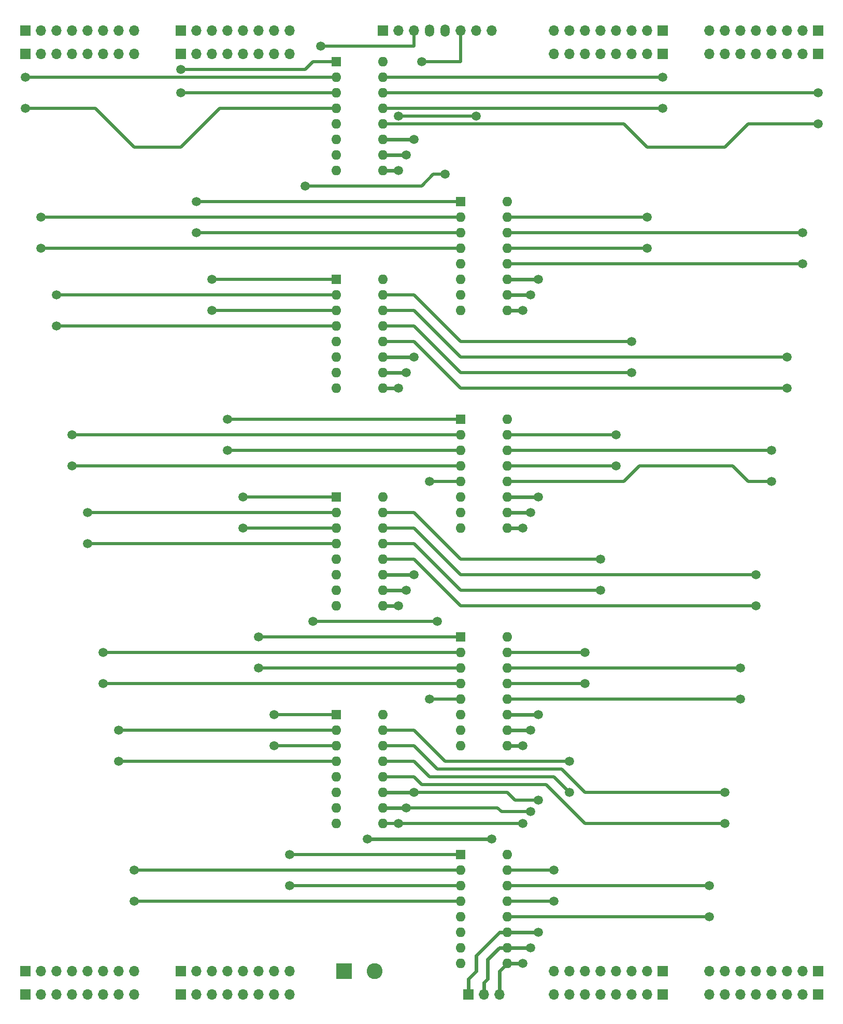
<source format=gbr>
%TF.GenerationSoftware,KiCad,Pcbnew,(5.1.8)-1*%
%TF.CreationDate,2022-05-21T00:33:48+03:00*%
%TF.ProjectId,MUX,4d55582e-6b69-4636-9164-5f7063625858,rev?*%
%TF.SameCoordinates,Original*%
%TF.FileFunction,Copper,L2,Bot*%
%TF.FilePolarity,Positive*%
%FSLAX46Y46*%
G04 Gerber Fmt 4.6, Leading zero omitted, Abs format (unit mm)*
G04 Created by KiCad (PCBNEW (5.1.8)-1) date 2022-05-21 00:33:48*
%MOMM*%
%LPD*%
G01*
G04 APERTURE LIST*
%TA.AperFunction,ComponentPad*%
%ADD10R,1.700000X1.700000*%
%TD*%
%TA.AperFunction,ComponentPad*%
%ADD11O,1.700000X1.700000*%
%TD*%
%TA.AperFunction,ComponentPad*%
%ADD12R,1.600000X1.600000*%
%TD*%
%TA.AperFunction,ComponentPad*%
%ADD13O,1.600000X1.600000*%
%TD*%
%TA.AperFunction,ComponentPad*%
%ADD14R,2.600000X2.600000*%
%TD*%
%TA.AperFunction,ComponentPad*%
%ADD15C,2.600000*%
%TD*%
%TA.AperFunction,ComponentPad*%
%ADD16O,1.500000X2.000000*%
%TD*%
%TA.AperFunction,ViaPad*%
%ADD17C,1.500000*%
%TD*%
%TA.AperFunction,Conductor*%
%ADD18C,0.500000*%
%TD*%
%TA.AperFunction,Conductor*%
%ADD19C,0.600000*%
%TD*%
G04 APERTURE END LIST*
D10*
%TO.P,J1,1*%
%TO.N,/A0*%
X17780000Y-187960000D03*
D11*
%TO.P,J1,2*%
%TO.N,/A1*%
X20320000Y-187960000D03*
%TO.P,J1,3*%
%TO.N,/A2*%
X22860000Y-187960000D03*
%TO.P,J1,4*%
%TO.N,/A3*%
X25400000Y-187960000D03*
%TO.P,J1,5*%
%TO.N,/A4*%
X27940000Y-187960000D03*
%TO.P,J1,6*%
%TO.N,/A5*%
X30480000Y-187960000D03*
%TO.P,J1,7*%
%TO.N,/A6*%
X33020000Y-187960000D03*
%TO.P,J1,8*%
%TO.N,/A7*%
X35560000Y-187960000D03*
%TD*%
D10*
%TO.P,J2,1*%
%TO.N,/E0*%
X121920000Y-30480000D03*
D11*
%TO.P,J2,2*%
%TO.N,/E1*%
X119380000Y-30480000D03*
%TO.P,J2,3*%
%TO.N,/E2*%
X116840000Y-30480000D03*
%TO.P,J2,4*%
%TO.N,/E3*%
X114300000Y-30480000D03*
%TO.P,J2,5*%
%TO.N,/E4*%
X111760000Y-30480000D03*
%TO.P,J2,6*%
%TO.N,/E5*%
X109220000Y-30480000D03*
%TO.P,J2,7*%
%TO.N,/E6*%
X106680000Y-30480000D03*
%TO.P,J2,8*%
%TO.N,/E7*%
X104140000Y-30480000D03*
%TD*%
%TO.P,J3,8*%
%TO.N,/B7*%
X60960000Y-187960000D03*
%TO.P,J3,7*%
%TO.N,/B6*%
X58420000Y-187960000D03*
%TO.P,J3,6*%
%TO.N,/B5*%
X55880000Y-187960000D03*
%TO.P,J3,5*%
%TO.N,/B4*%
X53340000Y-187960000D03*
%TO.P,J3,4*%
%TO.N,/B3*%
X50800000Y-187960000D03*
%TO.P,J3,3*%
%TO.N,/B2*%
X48260000Y-187960000D03*
%TO.P,J3,2*%
%TO.N,/B1*%
X45720000Y-187960000D03*
D10*
%TO.P,J3,1*%
%TO.N,/B0*%
X43180000Y-187960000D03*
%TD*%
D11*
%TO.P,J4,8*%
%TO.N,/F7*%
X129540000Y-30480000D03*
%TO.P,J4,7*%
%TO.N,/F6*%
X132080000Y-30480000D03*
%TO.P,J4,6*%
%TO.N,/F5*%
X134620000Y-30480000D03*
%TO.P,J4,5*%
%TO.N,/F4*%
X137160000Y-30480000D03*
%TO.P,J4,4*%
%TO.N,/F3*%
X139700000Y-30480000D03*
%TO.P,J4,3*%
%TO.N,/F2*%
X142240000Y-30480000D03*
%TO.P,J4,2*%
%TO.N,/F1*%
X144780000Y-30480000D03*
D10*
%TO.P,J4,1*%
%TO.N,/F0*%
X147320000Y-30480000D03*
%TD*%
%TO.P,J5,1*%
%TO.N,/C0*%
X17780000Y-30480000D03*
D11*
%TO.P,J5,2*%
%TO.N,/C1*%
X20320000Y-30480000D03*
%TO.P,J5,3*%
%TO.N,/C2*%
X22860000Y-30480000D03*
%TO.P,J5,4*%
%TO.N,/C3*%
X25400000Y-30480000D03*
%TO.P,J5,5*%
%TO.N,/C4*%
X27940000Y-30480000D03*
%TO.P,J5,6*%
%TO.N,/C5*%
X30480000Y-30480000D03*
%TO.P,J5,7*%
%TO.N,/C6*%
X33020000Y-30480000D03*
%TO.P,J5,8*%
%TO.N,/C7*%
X35560000Y-30480000D03*
%TD*%
D10*
%TO.P,J6,1*%
%TO.N,/G0*%
X121920000Y-187960000D03*
D11*
%TO.P,J6,2*%
%TO.N,/G1*%
X119380000Y-187960000D03*
%TO.P,J6,3*%
%TO.N,/G2*%
X116840000Y-187960000D03*
%TO.P,J6,4*%
%TO.N,/G3*%
X114300000Y-187960000D03*
%TO.P,J6,5*%
%TO.N,/G4*%
X111760000Y-187960000D03*
%TO.P,J6,6*%
%TO.N,/G5*%
X109220000Y-187960000D03*
%TO.P,J6,7*%
%TO.N,/G6*%
X106680000Y-187960000D03*
%TO.P,J6,8*%
%TO.N,/G7*%
X104140000Y-187960000D03*
%TD*%
%TO.P,J7,8*%
%TO.N,/D7*%
X60960000Y-30480000D03*
%TO.P,J7,7*%
%TO.N,/D6*%
X58420000Y-30480000D03*
%TO.P,J7,6*%
%TO.N,/D5*%
X55880000Y-30480000D03*
%TO.P,J7,5*%
%TO.N,/D4*%
X53340000Y-30480000D03*
%TO.P,J7,4*%
%TO.N,/D3*%
X50800000Y-30480000D03*
%TO.P,J7,3*%
%TO.N,/D2*%
X48260000Y-30480000D03*
%TO.P,J7,2*%
%TO.N,/D1*%
X45720000Y-30480000D03*
D10*
%TO.P,J7,1*%
%TO.N,/D0*%
X43180000Y-30480000D03*
%TD*%
D11*
%TO.P,J8,8*%
%TO.N,/H7*%
X129540000Y-187960000D03*
%TO.P,J8,7*%
%TO.N,/H6*%
X132080000Y-187960000D03*
%TO.P,J8,6*%
%TO.N,/H5*%
X134620000Y-187960000D03*
%TO.P,J8,5*%
%TO.N,/H4*%
X137160000Y-187960000D03*
%TO.P,J8,4*%
%TO.N,/H3*%
X139700000Y-187960000D03*
%TO.P,J8,3*%
%TO.N,/H2*%
X142240000Y-187960000D03*
%TO.P,J8,2*%
%TO.N,/H1*%
X144780000Y-187960000D03*
D10*
%TO.P,J8,1*%
%TO.N,/H0*%
X147320000Y-187960000D03*
%TD*%
D12*
%TO.P,U1,1*%
%TO.N,/D0*%
X68580000Y-35560000D03*
D13*
%TO.P,U1,9*%
%TO.N,/S2*%
X76200000Y-53340000D03*
%TO.P,U1,2*%
%TO.N,/C0*%
X68580000Y-38100000D03*
%TO.P,U1,10*%
%TO.N,/S1*%
X76200000Y-50800000D03*
%TO.P,U1,3*%
%TO.N,/B0*%
X68580000Y-40640000D03*
%TO.P,U1,11*%
%TO.N,/S0*%
X76200000Y-48260000D03*
%TO.P,U1,4*%
%TO.N,/A0*%
X68580000Y-43180000D03*
%TO.P,U1,12*%
%TO.N,/H0*%
X76200000Y-45720000D03*
%TO.P,U1,5*%
%TO.N,/O0*%
X68580000Y-45720000D03*
%TO.P,U1,13*%
%TO.N,/G0*%
X76200000Y-43180000D03*
%TO.P,U1,6*%
%TO.N,Net-(U1-Pad6)*%
X68580000Y-48260000D03*
%TO.P,U1,14*%
%TO.N,/F0*%
X76200000Y-40640000D03*
%TO.P,U1,7*%
%TO.N,GND*%
X68580000Y-50800000D03*
%TO.P,U1,15*%
%TO.N,/E0*%
X76200000Y-38100000D03*
%TO.P,U1,8*%
%TO.N,GND*%
X68580000Y-53340000D03*
%TO.P,U1,16*%
%TO.N,VCC*%
X76200000Y-35560000D03*
%TD*%
%TO.P,U2,16*%
%TO.N,VCC*%
X96520000Y-58420000D03*
%TO.P,U2,8*%
%TO.N,GND*%
X88900000Y-76200000D03*
%TO.P,U2,15*%
%TO.N,/E1*%
X96520000Y-60960000D03*
%TO.P,U2,7*%
%TO.N,GND*%
X88900000Y-73660000D03*
%TO.P,U2,14*%
%TO.N,/F1*%
X96520000Y-63500000D03*
%TO.P,U2,6*%
%TO.N,Net-(U2-Pad6)*%
X88900000Y-71120000D03*
%TO.P,U2,13*%
%TO.N,/G1*%
X96520000Y-66040000D03*
%TO.P,U2,5*%
%TO.N,/O1*%
X88900000Y-68580000D03*
%TO.P,U2,12*%
%TO.N,/H1*%
X96520000Y-68580000D03*
%TO.P,U2,4*%
%TO.N,/A1*%
X88900000Y-66040000D03*
%TO.P,U2,11*%
%TO.N,/S0*%
X96520000Y-71120000D03*
%TO.P,U2,3*%
%TO.N,/B1*%
X88900000Y-63500000D03*
%TO.P,U2,10*%
%TO.N,/S1*%
X96520000Y-73660000D03*
%TO.P,U2,2*%
%TO.N,/C1*%
X88900000Y-60960000D03*
%TO.P,U2,9*%
%TO.N,/S2*%
X96520000Y-76200000D03*
D12*
%TO.P,U2,1*%
%TO.N,/D1*%
X88900000Y-58420000D03*
%TD*%
%TO.P,U3,1*%
%TO.N,/D2*%
X68580000Y-71120000D03*
D13*
%TO.P,U3,9*%
%TO.N,/S2*%
X76200000Y-88900000D03*
%TO.P,U3,2*%
%TO.N,/C2*%
X68580000Y-73660000D03*
%TO.P,U3,10*%
%TO.N,/S1*%
X76200000Y-86360000D03*
%TO.P,U3,3*%
%TO.N,/B2*%
X68580000Y-76200000D03*
%TO.P,U3,11*%
%TO.N,/S0*%
X76200000Y-83820000D03*
%TO.P,U3,4*%
%TO.N,/A2*%
X68580000Y-78740000D03*
%TO.P,U3,12*%
%TO.N,/H2*%
X76200000Y-81280000D03*
%TO.P,U3,5*%
%TO.N,/O2*%
X68580000Y-81280000D03*
%TO.P,U3,13*%
%TO.N,/G2*%
X76200000Y-78740000D03*
%TO.P,U3,6*%
%TO.N,Net-(U3-Pad6)*%
X68580000Y-83820000D03*
%TO.P,U3,14*%
%TO.N,/F2*%
X76200000Y-76200000D03*
%TO.P,U3,7*%
%TO.N,GND*%
X68580000Y-86360000D03*
%TO.P,U3,15*%
%TO.N,/E2*%
X76200000Y-73660000D03*
%TO.P,U3,8*%
%TO.N,GND*%
X68580000Y-88900000D03*
%TO.P,U3,16*%
%TO.N,VCC*%
X76200000Y-71120000D03*
%TD*%
%TO.P,U4,16*%
%TO.N,VCC*%
X96520000Y-93980000D03*
%TO.P,U4,8*%
%TO.N,GND*%
X88900000Y-111760000D03*
%TO.P,U4,15*%
%TO.N,/E3*%
X96520000Y-96520000D03*
%TO.P,U4,7*%
%TO.N,GND*%
X88900000Y-109220000D03*
%TO.P,U4,14*%
%TO.N,/F3*%
X96520000Y-99060000D03*
%TO.P,U4,6*%
%TO.N,Net-(U4-Pad6)*%
X88900000Y-106680000D03*
%TO.P,U4,13*%
%TO.N,/G3*%
X96520000Y-101600000D03*
%TO.P,U4,5*%
%TO.N,/O3*%
X88900000Y-104140000D03*
%TO.P,U4,12*%
%TO.N,/H3*%
X96520000Y-104140000D03*
%TO.P,U4,4*%
%TO.N,/A3*%
X88900000Y-101600000D03*
%TO.P,U4,11*%
%TO.N,/S0*%
X96520000Y-106680000D03*
%TO.P,U4,3*%
%TO.N,/B3*%
X88900000Y-99060000D03*
%TO.P,U4,10*%
%TO.N,/S1*%
X96520000Y-109220000D03*
%TO.P,U4,2*%
%TO.N,/C3*%
X88900000Y-96520000D03*
%TO.P,U4,9*%
%TO.N,/S2*%
X96520000Y-111760000D03*
D12*
%TO.P,U4,1*%
%TO.N,/D3*%
X88900000Y-93980000D03*
%TD*%
%TO.P,U5,1*%
%TO.N,/D4*%
X68580000Y-106680000D03*
D13*
%TO.P,U5,9*%
%TO.N,/S2*%
X76200000Y-124460000D03*
%TO.P,U5,2*%
%TO.N,/C4*%
X68580000Y-109220000D03*
%TO.P,U5,10*%
%TO.N,/S1*%
X76200000Y-121920000D03*
%TO.P,U5,3*%
%TO.N,/B4*%
X68580000Y-111760000D03*
%TO.P,U5,11*%
%TO.N,/S0*%
X76200000Y-119380000D03*
%TO.P,U5,4*%
%TO.N,/A4*%
X68580000Y-114300000D03*
%TO.P,U5,12*%
%TO.N,/H4*%
X76200000Y-116840000D03*
%TO.P,U5,5*%
%TO.N,/O4*%
X68580000Y-116840000D03*
%TO.P,U5,13*%
%TO.N,/G4*%
X76200000Y-114300000D03*
%TO.P,U5,6*%
%TO.N,Net-(U5-Pad6)*%
X68580000Y-119380000D03*
%TO.P,U5,14*%
%TO.N,/F4*%
X76200000Y-111760000D03*
%TO.P,U5,7*%
%TO.N,GND*%
X68580000Y-121920000D03*
%TO.P,U5,15*%
%TO.N,/E4*%
X76200000Y-109220000D03*
%TO.P,U5,8*%
%TO.N,GND*%
X68580000Y-124460000D03*
%TO.P,U5,16*%
%TO.N,VCC*%
X76200000Y-106680000D03*
%TD*%
%TO.P,U6,16*%
%TO.N,VCC*%
X96520000Y-129540000D03*
%TO.P,U6,8*%
%TO.N,GND*%
X88900000Y-147320000D03*
%TO.P,U6,15*%
%TO.N,/E5*%
X96520000Y-132080000D03*
%TO.P,U6,7*%
%TO.N,GND*%
X88900000Y-144780000D03*
%TO.P,U6,14*%
%TO.N,/F5*%
X96520000Y-134620000D03*
%TO.P,U6,6*%
%TO.N,Net-(U6-Pad6)*%
X88900000Y-142240000D03*
%TO.P,U6,13*%
%TO.N,/G5*%
X96520000Y-137160000D03*
%TO.P,U6,5*%
%TO.N,/O5*%
X88900000Y-139700000D03*
%TO.P,U6,12*%
%TO.N,/H5*%
X96520000Y-139700000D03*
%TO.P,U6,4*%
%TO.N,/A5*%
X88900000Y-137160000D03*
%TO.P,U6,11*%
%TO.N,/S0*%
X96520000Y-142240000D03*
%TO.P,U6,3*%
%TO.N,/B5*%
X88900000Y-134620000D03*
%TO.P,U6,10*%
%TO.N,/S1*%
X96520000Y-144780000D03*
%TO.P,U6,2*%
%TO.N,/C5*%
X88900000Y-132080000D03*
%TO.P,U6,9*%
%TO.N,/S2*%
X96520000Y-147320000D03*
D12*
%TO.P,U6,1*%
%TO.N,/D5*%
X88900000Y-129540000D03*
%TD*%
%TO.P,U7,1*%
%TO.N,/D6*%
X68580000Y-142240000D03*
D13*
%TO.P,U7,9*%
%TO.N,/S2*%
X76200000Y-160020000D03*
%TO.P,U7,2*%
%TO.N,/C6*%
X68580000Y-144780000D03*
%TO.P,U7,10*%
%TO.N,/S1*%
X76200000Y-157480000D03*
%TO.P,U7,3*%
%TO.N,/B6*%
X68580000Y-147320000D03*
%TO.P,U7,11*%
%TO.N,/S0*%
X76200000Y-154940000D03*
%TO.P,U7,4*%
%TO.N,/A6*%
X68580000Y-149860000D03*
%TO.P,U7,12*%
%TO.N,/H6*%
X76200000Y-152400000D03*
%TO.P,U7,5*%
%TO.N,/O6*%
X68580000Y-152400000D03*
%TO.P,U7,13*%
%TO.N,/G6*%
X76200000Y-149860000D03*
%TO.P,U7,6*%
%TO.N,Net-(U7-Pad6)*%
X68580000Y-154940000D03*
%TO.P,U7,14*%
%TO.N,/F6*%
X76200000Y-147320000D03*
%TO.P,U7,7*%
%TO.N,GND*%
X68580000Y-157480000D03*
%TO.P,U7,15*%
%TO.N,/E6*%
X76200000Y-144780000D03*
%TO.P,U7,8*%
%TO.N,GND*%
X68580000Y-160020000D03*
%TO.P,U7,16*%
%TO.N,VCC*%
X76200000Y-142240000D03*
%TD*%
%TO.P,U8,16*%
%TO.N,VCC*%
X96520000Y-165100000D03*
%TO.P,U8,8*%
%TO.N,GND*%
X88900000Y-182880000D03*
%TO.P,U8,15*%
%TO.N,/E7*%
X96520000Y-167640000D03*
%TO.P,U8,7*%
%TO.N,GND*%
X88900000Y-180340000D03*
%TO.P,U8,14*%
%TO.N,/F7*%
X96520000Y-170180000D03*
%TO.P,U8,6*%
%TO.N,Net-(U8-Pad6)*%
X88900000Y-177800000D03*
%TO.P,U8,13*%
%TO.N,/G7*%
X96520000Y-172720000D03*
%TO.P,U8,5*%
%TO.N,/O7*%
X88900000Y-175260000D03*
%TO.P,U8,12*%
%TO.N,/H7*%
X96520000Y-175260000D03*
%TO.P,U8,4*%
%TO.N,/A7*%
X88900000Y-172720000D03*
%TO.P,U8,11*%
%TO.N,/S0*%
X96520000Y-177800000D03*
%TO.P,U8,3*%
%TO.N,/B7*%
X88900000Y-170180000D03*
%TO.P,U8,10*%
%TO.N,/S1*%
X96520000Y-180340000D03*
%TO.P,U8,2*%
%TO.N,/C7*%
X88900000Y-167640000D03*
%TO.P,U8,9*%
%TO.N,/S2*%
X96520000Y-182880000D03*
D12*
%TO.P,U8,1*%
%TO.N,/D7*%
X88900000Y-165100000D03*
%TD*%
D14*
%TO.P,J9,1*%
%TO.N,GND*%
X69850000Y-184150000D03*
D15*
%TO.P,J9,2*%
%TO.N,VCC*%
X74850000Y-184150000D03*
%TD*%
D10*
%TO.P,J10,1*%
%TO.N,/S0*%
X90170000Y-187960000D03*
D11*
%TO.P,J10,2*%
%TO.N,/S1*%
X92710000Y-187960000D03*
%TO.P,J10,3*%
%TO.N,/S2*%
X95250000Y-187960000D03*
%TD*%
D10*
%TO.P,J11,1*%
%TO.N,/O0*%
X76200000Y-30480000D03*
D11*
%TO.P,J11,2*%
%TO.N,/O1*%
X78740000Y-30480000D03*
%TO.P,J11,3*%
%TO.N,/O2*%
X81280000Y-30480000D03*
D16*
%TO.P,J11,4*%
%TO.N,/O3*%
X83820000Y-30480000D03*
%TO.P,J11,5*%
%TO.N,/O4*%
X86360000Y-30480000D03*
D11*
%TO.P,J11,6*%
%TO.N,/O5*%
X88900000Y-30480000D03*
%TO.P,J11,7*%
%TO.N,/O6*%
X91440000Y-30480000D03*
%TO.P,J11,8*%
%TO.N,/O7*%
X93980000Y-30480000D03*
%TD*%
D10*
%TO.P,J12,1*%
%TO.N,/A0*%
X17780000Y-184150000D03*
D11*
%TO.P,J12,2*%
%TO.N,/A1*%
X20320000Y-184150000D03*
%TO.P,J12,3*%
%TO.N,/A2*%
X22860000Y-184150000D03*
%TO.P,J12,4*%
%TO.N,/A3*%
X25400000Y-184150000D03*
%TO.P,J12,5*%
%TO.N,/A4*%
X27940000Y-184150000D03*
%TO.P,J12,6*%
%TO.N,/A5*%
X30480000Y-184150000D03*
%TO.P,J12,7*%
%TO.N,/A6*%
X33020000Y-184150000D03*
%TO.P,J12,8*%
%TO.N,/A7*%
X35560000Y-184150000D03*
%TD*%
D10*
%TO.P,J13,1*%
%TO.N,/E0*%
X121920000Y-34290000D03*
D11*
%TO.P,J13,2*%
%TO.N,/E1*%
X119380000Y-34290000D03*
%TO.P,J13,3*%
%TO.N,/E2*%
X116840000Y-34290000D03*
%TO.P,J13,4*%
%TO.N,/E3*%
X114300000Y-34290000D03*
%TO.P,J13,5*%
%TO.N,/E4*%
X111760000Y-34290000D03*
%TO.P,J13,6*%
%TO.N,/E5*%
X109220000Y-34290000D03*
%TO.P,J13,7*%
%TO.N,/E6*%
X106680000Y-34290000D03*
%TO.P,J13,8*%
%TO.N,/E7*%
X104140000Y-34290000D03*
%TD*%
%TO.P,J14,8*%
%TO.N,/B7*%
X60960000Y-184150000D03*
%TO.P,J14,7*%
%TO.N,/B6*%
X58420000Y-184150000D03*
%TO.P,J14,6*%
%TO.N,/B5*%
X55880000Y-184150000D03*
%TO.P,J14,5*%
%TO.N,/B4*%
X53340000Y-184150000D03*
%TO.P,J14,4*%
%TO.N,/B3*%
X50800000Y-184150000D03*
%TO.P,J14,3*%
%TO.N,/B2*%
X48260000Y-184150000D03*
%TO.P,J14,2*%
%TO.N,/B1*%
X45720000Y-184150000D03*
D10*
%TO.P,J14,1*%
%TO.N,/B0*%
X43180000Y-184150000D03*
%TD*%
D11*
%TO.P,J15,8*%
%TO.N,/F7*%
X129540000Y-34290000D03*
%TO.P,J15,7*%
%TO.N,/F6*%
X132080000Y-34290000D03*
%TO.P,J15,6*%
%TO.N,/F5*%
X134620000Y-34290000D03*
%TO.P,J15,5*%
%TO.N,/F4*%
X137160000Y-34290000D03*
%TO.P,J15,4*%
%TO.N,/F3*%
X139700000Y-34290000D03*
%TO.P,J15,3*%
%TO.N,/F2*%
X142240000Y-34290000D03*
%TO.P,J15,2*%
%TO.N,/F1*%
X144780000Y-34290000D03*
D10*
%TO.P,J15,1*%
%TO.N,/F0*%
X147320000Y-34290000D03*
%TD*%
%TO.P,J16,1*%
%TO.N,/C0*%
X17780000Y-34290000D03*
D11*
%TO.P,J16,2*%
%TO.N,/C1*%
X20320000Y-34290000D03*
%TO.P,J16,3*%
%TO.N,/C2*%
X22860000Y-34290000D03*
%TO.P,J16,4*%
%TO.N,/C3*%
X25400000Y-34290000D03*
%TO.P,J16,5*%
%TO.N,/C4*%
X27940000Y-34290000D03*
%TO.P,J16,6*%
%TO.N,/C5*%
X30480000Y-34290000D03*
%TO.P,J16,7*%
%TO.N,/C6*%
X33020000Y-34290000D03*
%TO.P,J16,8*%
%TO.N,/C7*%
X35560000Y-34290000D03*
%TD*%
D10*
%TO.P,J17,1*%
%TO.N,/G0*%
X121920000Y-184150000D03*
D11*
%TO.P,J17,2*%
%TO.N,/G1*%
X119380000Y-184150000D03*
%TO.P,J17,3*%
%TO.N,/G2*%
X116840000Y-184150000D03*
%TO.P,J17,4*%
%TO.N,/G3*%
X114300000Y-184150000D03*
%TO.P,J17,5*%
%TO.N,/G4*%
X111760000Y-184150000D03*
%TO.P,J17,6*%
%TO.N,/G5*%
X109220000Y-184150000D03*
%TO.P,J17,7*%
%TO.N,/G6*%
X106680000Y-184150000D03*
%TO.P,J17,8*%
%TO.N,/G7*%
X104140000Y-184150000D03*
%TD*%
%TO.P,J18,8*%
%TO.N,/D7*%
X60960000Y-34290000D03*
%TO.P,J18,7*%
%TO.N,/D6*%
X58420000Y-34290000D03*
%TO.P,J18,6*%
%TO.N,/D5*%
X55880000Y-34290000D03*
%TO.P,J18,5*%
%TO.N,/D4*%
X53340000Y-34290000D03*
%TO.P,J18,4*%
%TO.N,/D3*%
X50800000Y-34290000D03*
%TO.P,J18,3*%
%TO.N,/D2*%
X48260000Y-34290000D03*
%TO.P,J18,2*%
%TO.N,/D1*%
X45720000Y-34290000D03*
D10*
%TO.P,J18,1*%
%TO.N,/D0*%
X43180000Y-34290000D03*
%TD*%
D11*
%TO.P,J19,8*%
%TO.N,/H7*%
X129540000Y-184150000D03*
%TO.P,J19,7*%
%TO.N,/H6*%
X132080000Y-184150000D03*
%TO.P,J19,6*%
%TO.N,/H5*%
X134620000Y-184150000D03*
%TO.P,J19,5*%
%TO.N,/H4*%
X137160000Y-184150000D03*
%TO.P,J19,4*%
%TO.N,/H3*%
X139700000Y-184150000D03*
%TO.P,J19,3*%
%TO.N,/H2*%
X142240000Y-184150000D03*
%TO.P,J19,2*%
%TO.N,/H1*%
X144780000Y-184150000D03*
D10*
%TO.P,J19,1*%
%TO.N,/H0*%
X147320000Y-184150000D03*
%TD*%
D17*
%TO.N,/A0*%
X17780000Y-43180000D03*
%TO.N,/A1*%
X20320000Y-66040000D03*
%TO.N,/A2*%
X22860000Y-78740000D03*
%TO.N,/A3*%
X25400000Y-101600000D03*
%TO.N,/A4*%
X27940000Y-114300000D03*
%TO.N,/A5*%
X30480000Y-137160000D03*
%TO.N,/A6*%
X33020000Y-149860000D03*
%TO.N,/A7*%
X35560000Y-172720000D03*
%TO.N,/E0*%
X121920000Y-38100000D03*
%TO.N,/E1*%
X119380000Y-60960000D03*
%TO.N,/E2*%
X116840000Y-81280000D03*
%TO.N,/E3*%
X114300000Y-96520000D03*
%TO.N,/E4*%
X111760000Y-116840000D03*
%TO.N,/E5*%
X109220000Y-132080000D03*
%TO.N,/E6*%
X106680000Y-149860000D03*
%TO.N,/E7*%
X104140000Y-167640000D03*
%TO.N,/B7*%
X60960000Y-170180000D03*
%TO.N,/B6*%
X58420000Y-147320000D03*
%TO.N,/B5*%
X55880000Y-134620000D03*
%TO.N,/B4*%
X53340000Y-111760000D03*
%TO.N,/B3*%
X50800000Y-99060000D03*
%TO.N,/B2*%
X48260000Y-76200000D03*
%TO.N,/B1*%
X45720000Y-63500000D03*
%TO.N,/B0*%
X43180000Y-40640000D03*
%TO.N,/F7*%
X129540000Y-170180000D03*
%TO.N,/F6*%
X132080000Y-154940000D03*
%TO.N,/F5*%
X134620000Y-134620000D03*
%TO.N,/F4*%
X137160000Y-119380000D03*
%TO.N,/F3*%
X139700000Y-99060000D03*
%TO.N,/F2*%
X142240000Y-83820000D03*
%TO.N,/F1*%
X144780000Y-63500000D03*
%TO.N,/F0*%
X147320000Y-40640000D03*
%TO.N,/C0*%
X17780000Y-38100000D03*
%TO.N,/C1*%
X20320000Y-60960000D03*
%TO.N,/C2*%
X22860000Y-73660000D03*
%TO.N,/C3*%
X25400000Y-96520000D03*
%TO.N,/C4*%
X27940000Y-109220000D03*
%TO.N,/C5*%
X30480000Y-132080000D03*
%TO.N,/C6*%
X33020000Y-144780000D03*
%TO.N,/C7*%
X35560000Y-167640000D03*
%TO.N,/G0*%
X121920000Y-43180000D03*
%TO.N,/G1*%
X119380000Y-66040000D03*
%TO.N,/G2*%
X116840000Y-86360000D03*
%TO.N,/G3*%
X114300000Y-101600000D03*
%TO.N,/G4*%
X111760000Y-121920000D03*
%TO.N,/G5*%
X109220000Y-137160000D03*
%TO.N,/G6*%
X106680000Y-154940000D03*
%TO.N,/G7*%
X104140000Y-172720000D03*
%TO.N,/D7*%
X60960000Y-165100000D03*
%TO.N,/D6*%
X58420000Y-142240000D03*
%TO.N,/D5*%
X55880000Y-129540000D03*
%TO.N,/D4*%
X53340000Y-106680000D03*
%TO.N,/D3*%
X50800000Y-93980000D03*
%TO.N,/D2*%
X48260000Y-71120000D03*
%TO.N,/D1*%
X45720000Y-58420000D03*
%TO.N,/D0*%
X43180000Y-36830000D03*
%TO.N,/H7*%
X129540000Y-175260000D03*
%TO.N,/H6*%
X132080000Y-160020000D03*
%TO.N,/H5*%
X134620000Y-139700000D03*
%TO.N,/H4*%
X137160000Y-124460000D03*
%TO.N,/H3*%
X139700000Y-104140000D03*
%TO.N,/H2*%
X142240000Y-88900000D03*
%TO.N,/H1*%
X144780000Y-68580000D03*
%TO.N,/H0*%
X147320000Y-45720000D03*
%TO.N,VCC*%
X73660000Y-162560000D03*
X93980000Y-162560000D03*
%TO.N,/S0*%
X81280000Y-48260000D03*
X81280000Y-154940000D03*
X81280000Y-119380000D03*
X81280000Y-83820000D03*
X101600000Y-71120000D03*
X101600000Y-177800000D03*
X101600000Y-142240000D03*
X101600000Y-106680000D03*
X101600000Y-156210000D03*
%TO.N,/S1*%
X80010000Y-157480000D03*
X80010000Y-121920000D03*
X80010000Y-86360000D03*
X80010000Y-50800000D03*
X100330000Y-73660000D03*
X100330000Y-180340000D03*
X100330000Y-144780000D03*
X100330000Y-109220000D03*
X100330000Y-158115000D03*
%TO.N,/S2*%
X78740000Y-160020000D03*
X78740000Y-53340000D03*
X78740000Y-88900000D03*
X78740000Y-124460000D03*
X99060000Y-76200000D03*
X99060000Y-182880000D03*
X99060000Y-147320000D03*
X99060000Y-111760000D03*
X99060000Y-160020000D03*
%TO.N,/O1*%
X78740000Y-44450000D03*
X91440000Y-44450000D03*
%TO.N,/O2*%
X66040000Y-33020000D03*
%TO.N,/O3*%
X83820000Y-104140000D03*
%TO.N,/O4*%
X63500000Y-55880000D03*
X86360000Y-53975000D03*
%TO.N,/O5*%
X82550000Y-35560000D03*
X83820000Y-139700000D03*
%TO.N,/O6*%
X64770000Y-127000000D03*
X85090000Y-127000000D03*
%TD*%
D18*
%TO.N,/A0*%
X17780000Y-43180000D02*
X17780000Y-43180000D01*
X29210000Y-43180000D02*
X35560000Y-49530000D01*
X29210000Y-43180000D02*
X17780000Y-43180000D01*
X35560000Y-49530000D02*
X43180000Y-49530000D01*
X43180000Y-49530000D02*
X49530000Y-43180000D01*
X68580000Y-43180000D02*
X49530000Y-43180000D01*
%TO.N,/A1*%
X88900000Y-66040000D02*
X20320000Y-66040000D01*
X20320000Y-66040000D02*
X20320000Y-66040000D01*
%TO.N,/A2*%
X68580000Y-78740000D02*
X22860000Y-78740000D01*
X22860000Y-78740000D02*
X22860000Y-78740000D01*
%TO.N,/A3*%
X88900000Y-101600000D02*
X25400000Y-101600000D01*
X25400000Y-101600000D02*
X25400000Y-101600000D01*
%TO.N,/A4*%
X68580000Y-114300000D02*
X27940000Y-114300000D01*
X27940000Y-114300000D02*
X27940000Y-114300000D01*
%TO.N,/A5*%
X88900000Y-137160000D02*
X30480000Y-137160000D01*
X30480000Y-137160000D02*
X30480000Y-137160000D01*
%TO.N,/A6*%
X68580000Y-149860000D02*
X33020000Y-149860000D01*
X33020000Y-149860000D02*
X33020000Y-149860000D01*
%TO.N,/A7*%
X88900000Y-172720000D02*
X35560000Y-172720000D01*
X35560000Y-172720000D02*
X35560000Y-172720000D01*
%TO.N,/E0*%
X76200000Y-38100000D02*
X121920000Y-38100000D01*
X121920000Y-38100000D02*
X121920000Y-38100000D01*
%TO.N,/E1*%
X96520000Y-60960000D02*
X116840000Y-60960000D01*
X116840000Y-60960000D02*
X119380000Y-60960000D01*
%TO.N,/E2*%
X76200000Y-73660000D02*
X81280000Y-73660000D01*
X81280000Y-73660000D02*
X88900000Y-81280000D01*
X88900000Y-81280000D02*
X116840000Y-81280000D01*
X116840000Y-81280000D02*
X116840000Y-81280000D01*
%TO.N,/E3*%
X96520000Y-96520000D02*
X114300000Y-96520000D01*
X114300000Y-96520000D02*
X114300000Y-96520000D01*
%TO.N,/E4*%
X76200000Y-109220000D02*
X81280000Y-109220000D01*
X81280000Y-109220000D02*
X88900000Y-116840000D01*
X88900000Y-116840000D02*
X111760000Y-116840000D01*
X111760000Y-116840000D02*
X111760000Y-116840000D01*
%TO.N,/E5*%
X96520000Y-132080000D02*
X109220000Y-132080000D01*
X109220000Y-132080000D02*
X109220000Y-132080000D01*
%TO.N,/E6*%
X81280000Y-144780000D02*
X76200000Y-144780000D01*
X86360000Y-149860000D02*
X81280000Y-144780000D01*
X106680000Y-149860000D02*
X86360000Y-149860000D01*
%TO.N,/E7*%
X96520000Y-167640000D02*
X104140000Y-167640000D01*
X104140000Y-167640000D02*
X104140000Y-167640000D01*
%TO.N,/B7*%
X88900000Y-170180000D02*
X60960000Y-170180000D01*
X60960000Y-170180000D02*
X60960000Y-170180000D01*
%TO.N,/B6*%
X68580000Y-147320000D02*
X58420000Y-147320000D01*
X58420000Y-147320000D02*
X58420000Y-147320000D01*
%TO.N,/B5*%
X88900000Y-134620000D02*
X55880000Y-134620000D01*
X55880000Y-134620000D02*
X55880000Y-134620000D01*
%TO.N,/B4*%
X68580000Y-111760000D02*
X53340000Y-111760000D01*
X53340000Y-111760000D02*
X53340000Y-111760000D01*
%TO.N,/B3*%
X88900000Y-99060000D02*
X50800000Y-99060000D01*
X50800000Y-99060000D02*
X50800000Y-99060000D01*
%TO.N,/B2*%
X68580000Y-76200000D02*
X48260000Y-76200000D01*
X48260000Y-76200000D02*
X48260000Y-76200000D01*
%TO.N,/B1*%
X88900000Y-63500000D02*
X45720000Y-63500000D01*
X45720000Y-63500000D02*
X45720000Y-63500000D01*
%TO.N,/B0*%
X68580000Y-40640000D02*
X43180000Y-40640000D01*
X43180000Y-40640000D02*
X43180000Y-40640000D01*
%TO.N,/F7*%
X96520000Y-170180000D02*
X129540000Y-170180000D01*
X129540000Y-170180000D02*
X129540000Y-170180000D01*
%TO.N,/F6*%
X132080000Y-154940000D02*
X132080000Y-154940000D01*
X109220000Y-154940000D02*
X132080000Y-154940000D01*
X105410000Y-151130000D02*
X109220000Y-154940000D01*
X85090000Y-151130000D02*
X105410000Y-151130000D01*
X81280000Y-147320000D02*
X85090000Y-151130000D01*
X76200000Y-147320000D02*
X81280000Y-147320000D01*
%TO.N,/F5*%
X96520000Y-134620000D02*
X134620000Y-134620000D01*
X134620000Y-134620000D02*
X134620000Y-134620000D01*
%TO.N,/F4*%
X76200000Y-111760000D02*
X81280000Y-111760000D01*
X81280000Y-111760000D02*
X88900000Y-119380000D01*
X88900000Y-119380000D02*
X137160000Y-119380000D01*
X137160000Y-119380000D02*
X137160000Y-119380000D01*
%TO.N,/F3*%
X96520000Y-99060000D02*
X139700000Y-99060000D01*
X139700000Y-99060000D02*
X139700000Y-99060000D01*
%TO.N,/F2*%
X76200000Y-76200000D02*
X81280000Y-76200000D01*
X81280000Y-76200000D02*
X88900000Y-83820000D01*
X88900000Y-83820000D02*
X142240000Y-83820000D01*
X142240000Y-83820000D02*
X142240000Y-83820000D01*
%TO.N,/F1*%
X96520000Y-63500000D02*
X144780000Y-63500000D01*
X144780000Y-63500000D02*
X144780000Y-63500000D01*
%TO.N,/F0*%
X76200000Y-40640000D02*
X147320000Y-40640000D01*
X147320000Y-40640000D02*
X147320000Y-40640000D01*
%TO.N,/C0*%
X68580000Y-38100000D02*
X17780000Y-38100000D01*
X17780000Y-38100000D02*
X17780000Y-38100000D01*
%TO.N,/C1*%
X88900000Y-60960000D02*
X20320000Y-60960000D01*
X20320000Y-60960000D02*
X20320000Y-60960000D01*
%TO.N,/C2*%
X68580000Y-73660000D02*
X22860000Y-73660000D01*
X22860000Y-73660000D02*
X22860000Y-73660000D01*
%TO.N,/C3*%
X88900000Y-96520000D02*
X25400000Y-96520000D01*
X25400000Y-96520000D02*
X25400000Y-96520000D01*
%TO.N,/C4*%
X68580000Y-109220000D02*
X27940000Y-109220000D01*
X27940000Y-109220000D02*
X27940000Y-109220000D01*
%TO.N,/C5*%
X88900000Y-132080000D02*
X30480000Y-132080000D01*
X30480000Y-132080000D02*
X30480000Y-132080000D01*
%TO.N,/C6*%
X68580000Y-144780000D02*
X33020000Y-144780000D01*
X33020000Y-144780000D02*
X33020000Y-144780000D01*
%TO.N,/C7*%
X88900000Y-167640000D02*
X35560000Y-167640000D01*
X35560000Y-167640000D02*
X35560000Y-167640000D01*
%TO.N,/G0*%
X76200000Y-43180000D02*
X121920000Y-43180000D01*
X121920000Y-43180000D02*
X121920000Y-43180000D01*
%TO.N,/G1*%
X96520000Y-66040000D02*
X119380000Y-66040000D01*
X119380000Y-66040000D02*
X119380000Y-66040000D01*
%TO.N,/G2*%
X76200000Y-78740000D02*
X81280000Y-78740000D01*
X81280000Y-78740000D02*
X88900000Y-86360000D01*
X88900000Y-86360000D02*
X116840000Y-86360000D01*
X116840000Y-86360000D02*
X116840000Y-86360000D01*
%TO.N,/G3*%
X96520000Y-101600000D02*
X114300000Y-101600000D01*
X114300000Y-101600000D02*
X114300000Y-101600000D01*
%TO.N,/G4*%
X76200000Y-114300000D02*
X81280000Y-114300000D01*
X81280000Y-114300000D02*
X88900000Y-121920000D01*
X88900000Y-121920000D02*
X111760000Y-121920000D01*
X111760000Y-121920000D02*
X111760000Y-121920000D01*
%TO.N,/G5*%
X96520000Y-137160000D02*
X109220000Y-137160000D01*
X109220000Y-137160000D02*
X109220000Y-137160000D01*
%TO.N,/G6*%
X81280000Y-149860000D02*
X76200000Y-149860000D01*
X83820000Y-152400000D02*
X81280000Y-149860000D01*
X104140000Y-152400000D02*
X83820000Y-152400000D01*
X106680000Y-154940000D02*
X104140000Y-152400000D01*
%TO.N,/G7*%
X96520000Y-172720000D02*
X104140000Y-172720000D01*
X104140000Y-172720000D02*
X104140000Y-172720000D01*
%TO.N,/D7*%
X88900000Y-165100000D02*
X60960000Y-165100000D01*
X60960000Y-165100000D02*
X60960000Y-165100000D01*
%TO.N,/D6*%
X68580000Y-142240000D02*
X58420000Y-142240000D01*
X58420000Y-142240000D02*
X58420000Y-142240000D01*
%TO.N,/D5*%
X88900000Y-129540000D02*
X55880000Y-129540000D01*
X55880000Y-129540000D02*
X55880000Y-129540000D01*
%TO.N,/D4*%
X68580000Y-106680000D02*
X53340000Y-106680000D01*
X53340000Y-106680000D02*
X53340000Y-106680000D01*
%TO.N,/D3*%
X88900000Y-93980000D02*
X50800000Y-93980000D01*
X50800000Y-93980000D02*
X50800000Y-93980000D01*
%TO.N,/D2*%
X68580000Y-71120000D02*
X48260000Y-71120000D01*
X48260000Y-71120000D02*
X48260000Y-71120000D01*
%TO.N,/D1*%
X88900000Y-58420000D02*
X45720000Y-58420000D01*
X45720000Y-58420000D02*
X45720000Y-58420000D01*
%TO.N,/D0*%
X63500000Y-36830000D02*
X64770000Y-35560000D01*
X43180000Y-36830000D02*
X63500000Y-36830000D01*
X68580000Y-35560000D02*
X64770000Y-35560000D01*
%TO.N,/H7*%
X96520000Y-175260000D02*
X129540000Y-175260000D01*
X129540000Y-175260000D02*
X129540000Y-175260000D01*
%TO.N,/H6*%
X81280000Y-152400000D02*
X76200000Y-152400000D01*
X82550000Y-153670000D02*
X81280000Y-152400000D01*
X102870000Y-153670000D02*
X82550000Y-153670000D01*
X109220000Y-160020000D02*
X102870000Y-153670000D01*
X132080000Y-160020000D02*
X109220000Y-160020000D01*
%TO.N,/H5*%
X96520000Y-139700000D02*
X134620000Y-139700000D01*
X134620000Y-139700000D02*
X134620000Y-139700000D01*
%TO.N,/H4*%
X76200000Y-116840000D02*
X81280000Y-116840000D01*
X81280000Y-116840000D02*
X88900000Y-124460000D01*
X88900000Y-124460000D02*
X137160000Y-124460000D01*
X137160000Y-124460000D02*
X137160000Y-124460000D01*
%TO.N,/H3*%
X139700000Y-104140000D02*
X139700000Y-104140000D01*
X118110000Y-101600000D02*
X115570000Y-104140000D01*
X133350000Y-101600000D02*
X118110000Y-101600000D01*
X135890000Y-104140000D02*
X133350000Y-101600000D01*
X115570000Y-104140000D02*
X96520000Y-104140000D01*
X139700000Y-104140000D02*
X135890000Y-104140000D01*
%TO.N,/H2*%
X76200000Y-81280000D02*
X81280000Y-81280000D01*
X81280000Y-81280000D02*
X88900000Y-88900000D01*
X88900000Y-88900000D02*
X142240000Y-88900000D01*
X142240000Y-88900000D02*
X142240000Y-88900000D01*
%TO.N,/H1*%
X96520000Y-68580000D02*
X144780000Y-68580000D01*
X144780000Y-68580000D02*
X144780000Y-68580000D01*
%TO.N,/H0*%
X147320000Y-45720000D02*
X147320000Y-45720000D01*
X115570000Y-45720000D02*
X119380000Y-49530000D01*
X76200000Y-45720000D02*
X115570000Y-45720000D01*
X119380000Y-49530000D02*
X132080000Y-49530000D01*
X132080000Y-49530000D02*
X135890000Y-45720000D01*
X135890000Y-45720000D02*
X147320000Y-45720000D01*
D19*
%TO.N,VCC*%
X73660000Y-162560000D02*
X93980000Y-162560000D01*
%TO.N,/S0*%
X76200000Y-48260000D02*
X81280000Y-48260000D01*
X81280000Y-48260000D02*
X81280000Y-48260000D01*
X76200000Y-154940000D02*
X81280000Y-154940000D01*
X76200000Y-119380000D02*
X81280000Y-119380000D01*
X76200000Y-83820000D02*
X81280000Y-83820000D01*
X96520000Y-71120000D02*
X101600000Y-71120000D01*
X96520000Y-177800000D02*
X101600000Y-177800000D01*
X96520000Y-177800000D02*
X95250000Y-177800000D01*
X95250000Y-177800000D02*
X91440000Y-181610000D01*
X91440000Y-181610000D02*
X91440000Y-184150000D01*
X90170000Y-185420000D02*
X90170000Y-187960000D01*
X91440000Y-184150000D02*
X90170000Y-185420000D01*
X96520000Y-142240000D02*
X101600000Y-142240000D01*
X96520000Y-106680000D02*
X101600000Y-106680000D01*
D18*
X97790000Y-156210000D02*
X96520000Y-154940000D01*
X101600000Y-156210000D02*
X97790000Y-156210000D01*
X81280000Y-154940000D02*
X96520000Y-154940000D01*
D19*
%TO.N,/S1*%
X76200000Y-50800000D02*
X80010000Y-50800000D01*
X76200000Y-157480000D02*
X80010000Y-157480000D01*
X76200000Y-121920000D02*
X80010000Y-121920000D01*
X76200000Y-86360000D02*
X80010000Y-86360000D01*
X96520000Y-73660000D02*
X100330000Y-73660000D01*
X96520000Y-180340000D02*
X100330000Y-180340000D01*
X92710000Y-186055000D02*
X92710000Y-187960000D01*
X93345000Y-185420000D02*
X92710000Y-186055000D01*
X93345000Y-182245000D02*
X93345000Y-185420000D01*
X95250000Y-180340000D02*
X93345000Y-182245000D01*
X96520000Y-180340000D02*
X95250000Y-180340000D01*
X96520000Y-144780000D02*
X100330000Y-144780000D01*
X96520000Y-109220000D02*
X100330000Y-109220000D01*
D18*
X95567500Y-158115000D02*
X94932500Y-157480000D01*
X100330000Y-158115000D02*
X95567500Y-158115000D01*
X80010000Y-157480000D02*
X94932500Y-157480000D01*
D19*
%TO.N,/S2*%
X76200000Y-53340000D02*
X78740000Y-53340000D01*
X76200000Y-88900000D02*
X78740000Y-88900000D01*
X76200000Y-124460000D02*
X78740000Y-124460000D01*
X96520000Y-76200000D02*
X99060000Y-76200000D01*
X96520000Y-182880000D02*
X99060000Y-182880000D01*
X96520000Y-182880000D02*
X95250000Y-184150000D01*
X95250000Y-184150000D02*
X95250000Y-187960000D01*
X96520000Y-147320000D02*
X99060000Y-147320000D01*
X96520000Y-111760000D02*
X99060000Y-111760000D01*
D18*
X76200000Y-160020000D02*
X78740000Y-160020000D01*
X78740000Y-160020000D02*
X99060000Y-160020000D01*
%TO.N,/O1*%
X78740000Y-44450000D02*
X91440000Y-44450000D01*
%TO.N,/O2*%
X66040000Y-33020000D02*
X81280000Y-33020000D01*
X81280000Y-33020000D02*
X81280000Y-30480000D01*
%TO.N,/O3*%
X83820000Y-104140000D02*
X88900000Y-104140000D01*
%TO.N,/O4*%
X84455000Y-53975000D02*
X86360000Y-53975000D01*
X82550000Y-55880000D02*
X84455000Y-53975000D01*
X82550000Y-55880000D02*
X63500000Y-55880000D01*
%TO.N,/O5*%
X88900000Y-30480000D02*
X88900000Y-35560000D01*
X88900000Y-35560000D02*
X82550000Y-35560000D01*
X82550000Y-35560000D02*
X82550000Y-35560000D01*
X83820000Y-139700000D02*
X88900000Y-139700000D01*
%TO.N,/O6*%
X64770000Y-127000000D02*
X85090000Y-127000000D01*
X85090000Y-127000000D02*
X85090000Y-127000000D01*
%TD*%
M02*

</source>
